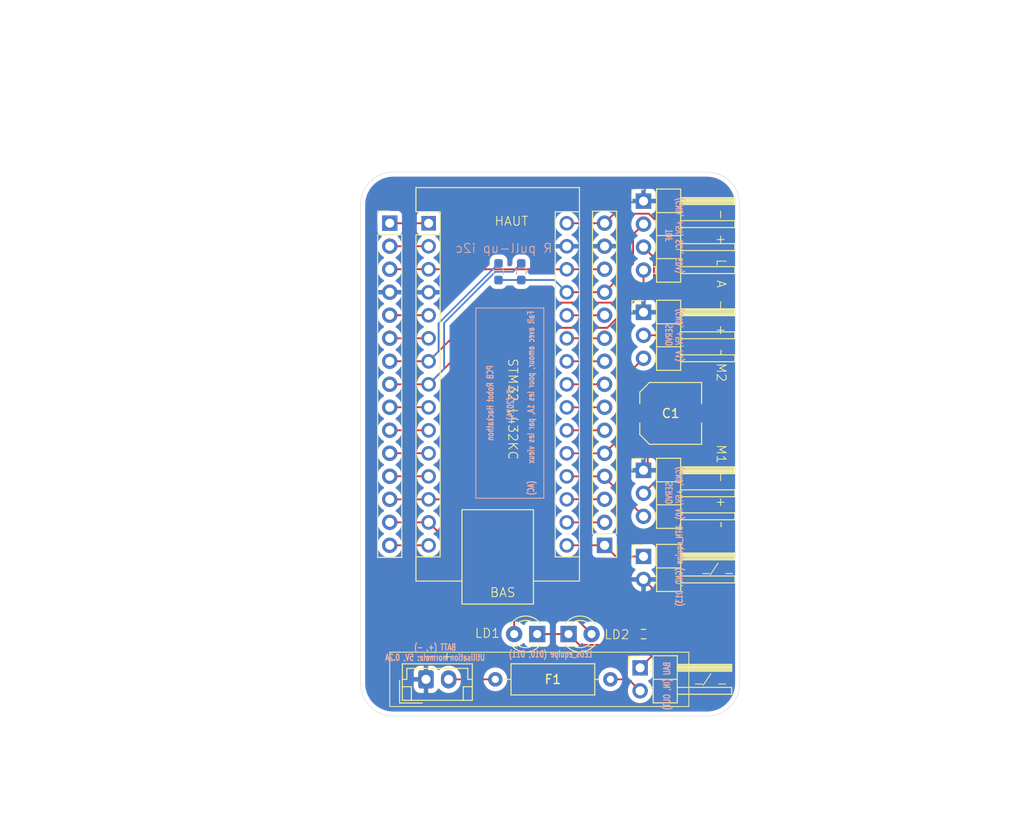
<source format=kicad_pcb>
(kicad_pcb (version 20240108) (generator "pcbnew") (generator_version "8.0")
  (layers (0 "F.Cu" signal) (31 "B.Cu" signal) (34 "B.Paste" user) (35 "F.Paste" user) (36 "B.SilkS" user "B.Silkscreen") (37 "F.SilkS" user "F.Silkscreen") (38 "B.Mask" user) (39 "F.Mask" user) (44 "Edge.Cuts" user))
  (net 0 "")
  (net 1 "D10")
  (net 2 "D3")
  (net 3 "A4")
  (net 4 "GND")
  (net 5 "A3")
  (net 6 "A1")
  (net 7 "D9")
  (net 8 "A2")
  (net 9 "D2")
  (net 10 "D5")
  (net 11 "+3.3V")
  (net 12 "D0")
  (net 13 "D6")
  (net 14 "A6")
  (net 15 "D11")
  (net 16 "D1")
  (net 17 "D13")
  (net 18 "AREF")
  (net 19 "D8")
  (net 20 "VIN")
  (net 21 "+5V")
  (net 22 "A0")
  (net 23 "D4")
  (net 24 "Net-(J4-Pin_2)")
  (net 25 "A5")
  (net 26 "Net-(J5-Pin_2)")
  (net 27 "Net-(D1-K)")
  (net 28 "A7")
  (net 29 "D12")
  (net 30 "D7")
  (net 31 "RESET")
  (footprint "Connector_PinHeader_2.54mm:PinHeader_1x04_P2.54mm_Horizontal" (layer "F.Cu") (at 158 59.2)
    (property "Reference" "J7" (hide yes))
    (property "Value" "Conn_01x04_Pin" (hide yes))
    (fp_line (start -1.27 -1.27) (end 0 -1.27) (stroke (width 0.12)) (layer "F.SilkS"))
    (fp_line (start -1.27 0) (end -1.27 -1.27) (stroke (width 0.12)) (layer "F.SilkS"))
    (fp_line (start 1.042929 2.16) (end 1.44 2.16) (stroke (width 0.12)) (layer "F.SilkS"))
    (fp_line (start 1.042929 2.92) (end 1.44 2.92) (stroke (width 0.12)) (layer "F.SilkS"))
    (fp_line (start 1.042929 4.7) (end 1.44 4.7) (stroke (width 0.12)) (layer "F.SilkS"))
    (fp_line (start 1.042929 5.46) (end 1.44 5.46) (stroke (width 0.12)) (layer "F.SilkS"))
    (fp_line (start 1.042929 7.24) (end 1.44 7.24) (stroke (width 0.12)) (layer "F.SilkS"))
    (fp_line (start 1.042929 8) (end 1.44 8) (stroke (width 0.12)) (layer "F.SilkS"))
    (fp_line (start 1.11 -0.38) (end 1.44 -0.38) (stroke (width 0.12)) (layer "F.SilkS"))
    (fp_line (start 1.11 0.38) (end 1.44 0.38) (stroke (width 0.12)) (layer "F.SilkS"))
    (fp_line (start 1.44 -1.33) (end 1.44 8.95) (stroke (width 0.12)) (layer "F.SilkS"))
    (fp_line (start 1.44 1.27) (end 4.1 1.27) (stroke (width 0.12)) (layer "F.SilkS"))
    (fp_line (start 1.44 3.81) (end 4.1 3.81) (stroke (width 0.12)) (layer "F.SilkS"))
    (fp_line (start 1.44 6.35) (end 4.1 6.35) (stroke (width 0.12)) (layer "F.SilkS"))
    (fp_line (start 1.44 8.95) (end 4.1 8.95) (stroke (width 0.12)) (layer "F.SilkS"))
    (fp_line (start 4.1 -1.33) (end 1.44 -1.33) (stroke (width 0.12)) (layer "F.SilkS"))
    (fp_line (start 4.1 -0.38) (end 10.1 -0.38) (stroke (width 0.12)) (layer "F.SilkS"))
    (fp_line (start 4.1 -0.32) (end 10.1 -0.32) (stroke (width 0.12)) (layer "F.SilkS"))
    (fp_line (start 4.1 -0.2) (end 10.1 -0.2) (stroke (width 0.12)) (layer "F.SilkS"))
    (fp_line (start 4.1 -0.08) (end 10.1 -0.08) (stroke (width 0.12)) (layer "F.SilkS"))
    (fp_line (start 4.1 0.04) (end 10.1 0.04) (stroke (width 0.12)) (layer "F.SilkS"))
    (fp_line (start 4.1 0.16) (end 10.1 0.16) (stroke (width 0.12)) (layer "F.SilkS"))
    (fp_line (start 4.1 0.28) (end 10.1 0.28) (stroke (width 0.12)) (layer "F.SilkS"))
    (fp_line (start 4.1 2.16) (end 10.1 2.16) (stroke (width 0.12)) (layer "F.SilkS"))
    (fp_line (start 4.1 4.7) (end 10.1 4.7) (stroke (width 0.12)) (layer "F.SilkS"))
    (fp_line (start 4.1 7.24) (end 10.1 7.24) (stroke (width 0.12)) (layer "F.SilkS"))
    (fp_line (start 4.1 8.95) (end 4.1 -1.33) (stroke (width 0.12)) (layer "F.SilkS"))
    (fp_line (start 10.1 -0.38) (end 10.1 0.38) (stroke (width 0.12)) (layer "F.SilkS"))
    (fp_line (start 10.1 0.38) (end 4.1 0.38) (stroke (width 0.12)) (layer "F.SilkS"))
    (fp_line (start 10.1 2.16) (end 10.1 2.92) (stroke (width 0.12)) (layer "F.SilkS"))
    (fp_line (start 10.1 2.92) (end 4.1 2.92) (stroke (width 0.12)) (layer "F.SilkS"))
    (fp_line (start 10.1 4.7) (end 10.1 5.46) (stroke (width 0.12)) (layer "F.SilkS"))
    (fp_line (start 10.1 5.46) (end 4.1 5.46) (stroke (width 0.12)) (layer "F.SilkS"))
    (fp_line (start 10.1 7.24) (end 10.1 8) (stroke (width 0.12)) (layer "F.SilkS"))
    (fp_line (start 10.1 8) (end 4.1 8) (stroke (width 0.12)) (layer "F.SilkS"))
    (pad "1" thru_hole rect (at 0 0) (size 1.7 1.7) (drill 1) (layers "*.Cu" "*.Mask") (net 4 "GND"))
    (pad "2" thru_hole oval (at 0 2.54) (size 1.7 1.7) (drill 1) (layers "*.Cu" "*.Mask") (net 21 "+5V"))
    (pad "3" thru_hole oval (at 0 5.08) (size 1.7 1.7) (drill 1) (layers "*.Cu" "*.Mask") (net 10 "D5"))
    (pad "4" thru_hole oval (at 0 7.62) (size 1.7 1.7) (drill 1) (layers "*.Cu" "*.Mask") (net 23 "D4"))
  )
  (footprint "Connector_JST:JST_EH_B2B-EH-A_1x02_P2.50mm_Vertical" (layer "F.Cu") (at 134 112)
    (property "Reference" "J5" (hide yes))
    (property "Value" "Conn_01x02_Pin" (hide yes))
    (fp_line (start -2.91 0.11) (end -2.91 2.61) (stroke (width 0.12)) (layer "F.SilkS"))
    (fp_line (start -2.91 2.61) (end -0.41 2.61) (stroke (width 0.12)) (layer "F.SilkS"))
    (fp_line (start -2.61 -1.71) (end -2.61 2.31) (stroke (width 0.12)) (layer "F.SilkS"))
    (fp_line (start -2.61 0) (end -2.11 0) (stroke (width 0.12)) (layer "F.SilkS"))
    (fp_line (start -2.61 0.81) (end -1.61 0.81) (stroke (width 0.12)) (layer "F.SilkS"))
    (fp_line (start -2.61 2.31) (end 5.11 2.31) (stroke (width 0.12)) (layer "F.SilkS"))
    (fp_line (start -2.11 -1.21) (end 4.61 -1.21) (stroke (width 0.12)) (layer "F.SilkS"))
    (fp_line (start -2.11 0) (end -2.11 -1.21) (stroke (width 0.12)) (layer "F.SilkS"))
    (fp_line (start -1.61 0.81) (end -1.61 2.31) (stroke (width 0.12)) (layer "F.SilkS"))
    (fp_line (start 4.11 0.81) (end 4.11 2.31) (stroke (width 0.12)) (layer "F.SilkS"))
    (fp_line (start 4.61 -1.21) (end 4.61 0) (stroke (width 0.12)) (layer "F.SilkS"))
    (fp_line (start 4.61 0) (end 5.11 0) (stroke (width 0.12)) (layer "F.SilkS"))
    (fp_line (start 5.11 -1.71) (end -2.61 -1.71) (stroke (width 0.12)) (layer "F.SilkS"))
    (fp_line (start 5.11 0.81) (end 4.11 0.81) (stroke (width 0.12)) (layer "F.SilkS"))
    (fp_line (start 5.11 2.31) (end 5.11 -1.71) (stroke (width 0.12)) (layer "F.SilkS"))
    (pad "1" thru_hole roundrect (at 0 0) (size 1.7 2) (drill 1) (layers "*.Cu" "*.Mask") (roundrect_rratio 0.147059) (net 4 "GND"))
    (pad "2" thru_hole oval (at 2.5 0) (size 1.7 2) (drill 1) (layers "*.Cu" "*.Mask") (net 26 "Net-(J5-Pin_2)"))
  )
  (footprint "LED_THT:LED_D3.0mm" (layer "F.Cu") (at 149.73 107)
    (property "Reference" "D1" (hide yes))
    (property "Value" "LED" (hide yes))
    (fp_line (start -0.29 -1.236) (end -0.29 -1.08) (stroke (width 0.12)) (layer "F.SilkS"))
    (fp_line (start -0.29 1.08) (end -0.29 1.236) (stroke (width 0.12)) (layer "F.SilkS"))
    (fp_arc (start -0.29 -1.235516) (mid 1.366487 -1.987659) (end 2.942335 -1.078608) (stroke (width 0.12)) (layer "F.SilkS"))
    (fp_arc (start 0.229039 -1.08) (mid 1.270117 -1.5) (end 2.31113 -1.079837) (stroke (width 0.12)) (layer "F.SilkS"))
    (fp_arc (start 2.31113 1.079837) (mid 1.270117 1.5) (end 0.229039 1.08) (stroke (width 0.12)) (layer "F.SilkS"))
    (fp_arc (start 2.942335 1.078608) (mid 1.366487 1.987659) (end -0.29 1.235516) (stroke (width 0.12)) (layer "F.SilkS"))
    (pad "1" thru_hole rect (at 0 0) (size 1.8 1.8) (drill 0.9) (layers "*.Cu" "*.Mask") (net 27 "Net-(D1-K)"))
    (pad "2" thru_hole circle (at 2.54 0) (size 1.8 1.8) (drill 0.9) (layers "*.Cu" "*.Mask") (net 1 "D10"))
  )
  (footprint "Connector_PinHeader_2.54mm:PinHeader_1x02_P2.54mm_Horizontal" (layer "F.Cu") (at 158.003632 98.43)
    (property "Reference" "J6" (hide yes))
    (property "Value" "Conn_01x02_Pin" (hide yes))
    (fp_line (start -1.27 -1.27) (end 0 -1.27) (stroke (width 0.12)) (layer "F.SilkS"))
    (fp_line (start -1.27 0) (end -1.27 -1.27) (stroke (width 0.12)) (layer "F.SilkS"))
    (fp_line (start 1.042929 2.16) (end 1.44 2.16) (stroke (width 0.12)) (layer "F.SilkS"))
    (fp_line (start 1.042929 2.92) (end 1.44 2.92) (stroke (width 0.12)) (layer "F.SilkS"))
    (fp_line (start 1.11 -0.38) (end 1.44 -0.38) (stroke (width 0.12)) (layer "F.SilkS"))
    (fp_line (start 1.11 0.38) (end 1.44 0.38) (stroke (width 0.12)) (layer "F.SilkS"))
    (fp_line (start 1.44 -1.33) (end 1.44 3.87) (stroke (width 0.12)) (layer "F.SilkS"))
    (fp_line (start 1.44 1.27) (end 4.1 1.27) (stroke (width 0.12)) (layer "F.SilkS"))
    (fp_line (start 1.44 3.87) (end 4.1 3.87) (stroke (width 0.12)) (layer "F.SilkS"))
    (fp_line (start 4.1 -1.33) (end 1.44 -1.33) (stroke (width 0.12)) (layer "F.SilkS"))
    (fp_line (start 4.1 -0.38) (end 10.1 -0.38) (stroke (width 0.12)) (layer "F.SilkS"))
    (fp_line (start 4.1 -0.32) (end 10.1 -0.32) (stroke (width 0.12)) (layer "F.SilkS"))
    (fp_line (start 4.1 -0.2) (end 10.1 -0.2) (stroke (width 0.12)) (layer "F.SilkS"))
    (fp_line (start 4.1 -0.08) (end 10.1 -0.08) (stroke (width 0.12)) (layer "F.SilkS"))
    (fp_line (start 4.1 0.04) (end 10.1 0.04) (stroke (width 0.12)) (layer "F.SilkS"))
    (fp_line (start 4.1 0.16) (end 10.1 0.16) (stroke (width 0.12)) (layer "F.SilkS"))
    (fp_line (start 4.1 0.28) (end 10.1 0.28) (stroke (width 0.12)) (layer "F.SilkS"))
    (fp_line (start 4.1 2.16) (end 10.1 2.16) (stroke (width 0.12)) (layer "F.SilkS"))
    (fp_line (start 4.1 3.87) (end 4.1 -1.33) (stroke (width 0.12)) (layer "F.SilkS"))
    (fp_line (start 10.1 -0.38) (end 10.1 0.38) (stroke (width 0.12)) (layer "F.SilkS"))
    (fp_line (start 10.1 0.38) (end 4.1 0.38) (stroke (width 0.12)) (layer "F.SilkS"))
    (fp_line (start 10.1 2.16) (end 10.1 2.92) (stroke (width 0.12)) (layer "F.SilkS"))
    (fp_line (start 10.1 2.92) (end 4.1 2.92) (stroke (width 0.12)) (layer "F.SilkS"))
    (pad "1" thru_hole rect (at 0 0) (size 1.7 1.7) (drill 1) (layers "*.Cu" "*.Mask") (net 17 "D13"))
    (pad "2" thru_hole oval (at 0 2.54) (size 1.7 1.7) (drill 1) (layers "*.Cu" "*.Mask") (net 4 "GND"))
  )
  (footprint "Connector_PinHeader_2.54mm:PinHeader_1x03_P2.54mm_Horizontal" (layer "F.Cu") (at 158 88.92)
    (property "Reference" "J2" (hide yes))
    (property "Value" "Conn_01x03_Pin" (hide yes))
    (fp_line (start -1.27 -1.27) (end 0 -1.27) (stroke (width 0.12)) (layer "F.SilkS"))
    (fp_line (start -1.27 0) (end -1.27 -1.27) (stroke (width 0.12)) (layer "F.SilkS"))
    (fp_line (start 1.042929 2.16) (end 1.44 2.16) (stroke (width 0.12)) (layer "F.SilkS"))
    (fp_line (start 1.042929 2.92) (end 1.44 2.92) (stroke (width 0.12)) (layer "F.SilkS"))
    (fp_line (start 1.042929 4.7) (end 1.44 4.7) (stroke (width 0.12)) (layer "F.SilkS"))
    (fp_line (start 1.042929 5.46) (end 1.44 5.46) (stroke (width 0.12)) (layer "F.SilkS"))
    (fp_line (start 1.11 -0.38) (end 1.44 -0.38) (stroke (width 0.12)) (layer "F.SilkS"))
    (fp_line (start 1.11 0.38) (end 1.44 0.38) (stroke (width 0.12)) (layer "F.SilkS"))
    (fp_line (start 1.44 -1.33) (end 1.44 6.41) (stroke (width 0.12)) (layer "F.SilkS"))
    (fp_line (start 1.44 1.27) (end 4.1 1.27) (stroke (width 0.12)) (layer "F.SilkS"))
    (fp_line (start 1.44 3.81) (end 4.1 3.81) (stroke (width 0.12)) (layer "F.SilkS"))
    (fp_line (start 1.44 6.41) (end 4.1 6.41) (stroke (width 0.12)) (layer "F.SilkS"))
    (fp_line (start 4.1 -1.33) (end 1.44 -1.33) (stroke (width 0.12)) (layer "F.SilkS"))
    (fp_line (start 4.1 -0.38) (end 10.1 -0.38) (stroke (width 0.12)) (layer "F.SilkS"))
    (fp_line (start 4.1 -0.32) (end 10.1 -0.32) (stroke (width 0.12)) (layer "F.SilkS"))
    (fp_line (start 4.1 -0.2) (end 10.1 -0.2) (stroke (width 0.12)) (layer "F.SilkS"))
    (fp_line (start 4.1 -0.08) (end 10.1 -0.08) (stroke (width 0.12)) (layer "F.SilkS"))
    (fp_line (start 4.1 0.04) (end 10.1 0.04) (stroke (width 0.12)) (layer "F.SilkS"))
    (fp_line (start 4.1 0.16) (end 10.1 0.16) (stroke (width 0.12)) (layer "F.SilkS"))
    (fp_line (start 4.1 0.28) (end 10.1 0.28) (stroke (width 0.12)) (layer "F.SilkS"))
    (fp_line (start 4.1 2.16) (end 10.1 2.16) (stroke (width 0.12)) (layer "F.SilkS"))
    (fp_line (start 4.1 4.7) (end 10.1 4.7) (stroke (width 0.12)) (layer "F.SilkS"))
    (fp_line (start 4.1 6.41) (end 4.1 -1.33) (stroke (width 0.12)) (layer "F.SilkS"))
    (fp_line (start 10.1 -0.38) (end 10.1 0.38) (stroke (width 0.12)) (layer "F.SilkS"))
    (fp_line (start 10.1 0.38) (end 4.1 0.38) (stroke (width 0.12)) (layer "F.SilkS"))
    (fp_line (start 10.1 2.16) (end 10.1 2.92) (stroke (width 0.12)) (layer "F.SilkS"))
    (fp_line (start 10.1 2.92) (end 4.1 2.92) (stroke (width 0.12)) (layer "F.SilkS"))
    (fp_line (start 10.1 4.7) (end 10.1 5.46) (stroke (width 0.12)) (layer "F.SilkS"))
    (fp_line (start 10.1 5.46) (end 4.1 5.46) (stroke (width 0.12)) (layer "F.SilkS"))
    (pad "1" thru_hole rect (at 0 0) (size 1.7 1.7) (drill 1) (layers "*.Cu" "*.Mask") (net 4 "GND"))
    (pad "2" thru_hole oval (at 0 2.54) (size 1.7 1.7) (drill 1) (layers "*.Cu" "*.Mask") (net 20 "VIN"))
    (pad "3" thru_hole oval (at 0 5.08) (size 1.7 1.7) (drill 1) (layers "*.Cu" "*.Mask") (net 22 "A0"))
  )
  (footprint "Connector_PinHeader_2.54mm:PinHeader_1x02_P2.54mm_Horizontal" (layer "F.Cu") (at 157.625 110.725)
    (property "Reference" "J4" (hide yes))
    (property "Value" "Conn_01x02_Pin" (hide yes))
    (fp_line (start -1.27 -1.27) (end 0 -1.27) (stroke (width 0.12)) (layer "F.SilkS"))
    (fp_line (start -1.27 0) (end -1.27 -1.27) (stroke (width 0.12)) (layer "F.SilkS"))
    (fp_line (start 1.042929 2.16) (end 1.44 2.16) (stroke (width 0.12)) (layer "F.SilkS"))
    (fp_line (start 1.042929 2.92) (end 1.44 2.92) (stroke (width 0.12)) (layer "F.SilkS"))
    (fp_line (start 1.11 -0.38) (end 1.44 -0.38) (stroke (width 0.12)) (layer "F.SilkS"))
    (fp_line (start 1.11 0.38) (end 1.44 0.38) (stroke (width 0.12)) (layer "F.SilkS"))
    (fp_line (start 1.44 -1.33) (end 1.44 3.87) (stroke (width 0.12)) (layer "F.SilkS"))
    (fp_line (start 1.44 1.27) (end 4.1 1.27) (stroke (width 0.12)) (layer "F.SilkS"))
    (fp_line (start 1.44 3.87) (end 4.1 3.87) (stroke (width 0.12)) (layer "F.SilkS"))
    (fp_line (start 4.1 -1.33) (end 1.44 -1.33) (stroke (width 0.12)) (layer "F.SilkS"))
    (fp_line (start 4.1 -0.38) (end 10.1 -0.38) (stroke (width 0.12)) (layer "F.SilkS"))
    (fp_line (start 4.1 -0.32) (end 10.1 -0.32) (stroke (width 0.12)) (layer "F.SilkS"))
    (fp_line (start 4.1 -0.2) (end 10.1 -0.2) (stroke (width 0.12)) (layer "F.SilkS"))
    (fp_line (start 4.1 -0.08) (end 10.1 -0.08) (stroke (width 0.12)) (layer "F.SilkS"))
    (fp_line (start 4.1 0.04) (end 10.1 0.04) (stroke (width 0.12)) (layer "F.SilkS"))
    (fp_line (start 4.1 0.16) (end 10.1 0.16) (stroke (width 0.12)) (layer "F.SilkS"))
    (fp_line (start 4.1 0.28) (end 10.1 0.28) (stroke (width 0.12)) (layer "F.SilkS"))
    (fp_line (start 4.1 2.16) (end 10.1 2.16) (stroke (width 0.12)) (layer "F.SilkS"))
    (fp_line (start 4.1 3.87) (end 4.1 -1.33) (stroke (width 0.12)) (layer "F.SilkS"))
    (fp_line (start 10.1 -0.38) (end 10.1 0.38) (stroke (width 0.12)) (layer "F.SilkS"))
    (fp_line (start 10.1 0.38) (end 4.1 0.38) (stroke (width 0.12)) (layer "F.SilkS"))
    (fp_line (start 10.1 2.16) (end 10.1 2.92) (stroke (width 0.12)) (layer "F.SilkS"))
    (fp_line (start 10.1 2.92) (end 4.1 2.92) (stroke (width 0.12)) (layer "F.SilkS"))
    (pad "1" thru_hole rect (at 0 0) (size 1.7 1.7) (drill 1) (layers "*.Cu" "*.Mask") (net 20 "VIN"))
    (pad "2" thru_hole oval (at 0 2.54) (size 1.7 1.7) (drill 1) (layers "*.Cu" "*.Mask") (net 24 "Net-(J4-Pin_2)"))
  )
  (footprint "Connector_PinHeader_2.54mm:PinHeader_1x15_P2.54mm_Vertical" (layer "F.Cu") (at 153.703632 97.2 180)
    (property "Reference" "J9" (hide yes))
    (property "Value" "Conn_01x15_Pin" (hide yes))
    (fp_line (start 1.33 1.27) (end 1.33 36.89) (stroke (width 0.12)) (layer "F.SilkS"))
    (fp_line (start -1.33 36.89) (end 1.33 36.89) (stroke (width 0.12)) (layer "F.SilkS"))
    (fp_line (start -1.33 1.27) (end 1.33 1.27) (stroke (width 0.12)) (layer "F.SilkS"))
    (fp_line (start -1.33 1.27) (end -1.33 36.89) (stroke (width 0.12)) (layer "F.SilkS"))
    (fp_line (start -1.33 0) (end -1.33 -1.33) (stroke (width 0.12)) (layer "F.SilkS"))
    (fp_line (start -1.33 -1.33) (end 0 -1.33) (stroke (width 0.12)) (layer "F.SilkS"))
    (pad "1" thru_hole rect (at 0 0 180) (size 1.7 1.7) (drill 1) (layers "*.Cu" "*.Mask") (net 17 "D13"))
    (pad "2" thru_hole oval (at 0 2.54 180) (size 1.7 1.7) (drill 1) (layers "*.Cu" "*.Mask") (net 11 "+3.3V"))
    (pad "3" thru_hole oval (at 0 5.08 180) (size 1.7 1.7) (drill 1) (layers "*.Cu" "*.Mask") (net 18 "AREF"))
    (pad "4" thru_hole oval (at 0 7.62 180) (size 1.7 1.7) (drill 1) (layers "*.Cu" "*.Mask") (net 22 "A0"))
    (pad "5" thru_hole oval (at 0 10.16 180) (size 1.7 1.7) (drill 1) (layers "*.Cu" "*.Mask") (net 6 "A1"))
    (pad "6" thru_hole oval (at 0 12.7 180) (size 1.7 1.7) (drill 1) (layers "*.Cu" "*.Mask") (net 8 "A2"))
    (pad "7" thru_hole oval (at 0 15.24 180) (size 1.7 1.7) (drill 1) (layers "*.Cu" "*.Mask") (net 5 "A3"))
    (pad "8" thru_hole oval (at 0 17.78 180) (size 1.7 1.7) (drill 1) (layers "*.Cu" "*.Mask") (net 3 "A4"))
    (pad "9" thru_hole oval (at 0 20.32 180) (size 1.7 1.7) (drill 1) (layers "*.Cu" "*.Mask") (net 25 "A5"))
    (pad "10" thru_hole oval (at 0 22.86 180) (size 1.7 1.7) (drill 1) (layers "*.Cu" "*.Mask") (net 14 "A6"))
    (pad "11" thru_hole oval (at 0 25.4 180) (size 1.7 1.7) (drill 1) (layers "*.Cu" "*.Mask") (net 28 "A7"))
    (pad "12" thru_hole oval (at 0 27.94 180) (size 1.7 1.7) (drill 1) (layers "*.Cu" "*.Mask") (net 21 "+5V"))
    (pad "13" thru_hole oval (at 0 30.48 180) (size 1.7 1.7) (drill 1) (layers "*.Cu" "*.Mask") (net 31 "RESET"))
    (pad "14" thru_hole oval (at 0 33.02 180) (size 1.7 1.7) (drill 1) (layers "*.Cu" "*.Mask") (net 4 "GND"))
    (pad "15" thru_hole oval (at 0 35.56 180) (size 1.7 1.7) (drill 1) (layers "*.Cu" "*.Mask") (net 20 "VIN"))
  )
  (footprint "Connector_PinHeader_2.54mm:PinHeader_1x15_P2.54mm_Vertical" (layer "F.Cu") (at 130 61.64)
    (property "Reference" "J10" (hide yes))
    (property "Value" "Conn_01x15_Pin" (hide yes))
    (fp_line (start -1.33 -1.33) (end 0 -1.33) (stroke (width 0.12)) (layer "F.SilkS"))
    (fp_line (start -1.33 0) (end -1.33 -1.33) (stroke (width 0.12)) (layer "F.SilkS"))
    (fp_line (start -1.33 1.27) (end -1.33 36.89) (stroke (width 0.12)) (layer "F.SilkS"))
    (fp_line (start -1.33 1.27) (end 1.33 1.27) (stroke (width 0.12)) (layer "F.SilkS"))
    (fp_line (start -1.33 36.89) (end 1.33 36.89) (stroke (width 0.12)) (layer "F.SilkS"))
    (fp_line (start 1.33 1.27) (end 1.33 36.89) (stroke (width 0.12)) (layer "F.SilkS"))
    (pad "1" thru_hole rect (at 0 0) (size 1.7 1.7) (drill 1) (layers "*.Cu" "*.Mask") (net 16 "D1"))
    (pad "2" thru_hole oval (at 0 2.54) (size 1.7 1.7) (drill 1) (layers "*.Cu" "*.Mask") (net 12 "D0"))
    (pad "3" thru_hole oval (at 0 5.08) (size 1.7 1.7) (drill 1) (layers "*.Cu" "*.Mask") (net 31 "RESET"))
    (pad "4" thru_hole oval (at 0 7.62) (size 1.7 1.7) (drill 1) (layers "*.Cu" "*.Mask") (net 4 "GND"))
    (pad "5" thru_hole oval (at 0 10.16) (size 1.7 1.7) (drill 1) (layers "*.Cu" "*.Mask") (net 9 "D2"))
    (pad "6" thru_hole oval (at 0 12.7) (size 1.7 1.7) (drill 1) (layers "*.Cu" "*.Mask") (net 2 "D3"))
    (pad "7" thru_hole oval (at 0 15.24) (size 1.7 1.7) (drill 1) (layers "*.Cu" "*.Mask") (net 23 "D4"))
    (pad "8" thru_hole oval (at 0 17.78) (size 1.7 1.7) (drill 1) (layers "*.Cu" "*.Mask") (net 10 "D5"))
    (pad "9" thru_hole oval (at 0 20.32) (size 1.7 1.7) (drill 1) (layers "*.Cu" "*.Mask") (net 13 "D6"))
    (pad "10" thru_hole oval (at 0 22.86) (size 1.7 1.7) (drill 1) (layers "*.Cu" "*.Mask") (net 30 "D7"))
    (pad "11" thru_hole oval (at 0 25.4) (size 1.7 1.7) (drill 1) (layers "*.Cu" "*.Mask") (net 19 "D8"))
    (pad "12" thru_hole oval (at 0 27.94) (size 1.7 1.7) (drill 1) (layers "*.Cu" "*.Mask") (net 7 "D9"))
    (pad "13" thru_hole oval (at 0 30.48) (size 1.7 1.7) (drill 1) (layers "*.Cu" "*.Mask") (net 1 "D10"))
    (pad "14" thru_hole oval (at 0 33.02) (size 1.7 1.7) (drill 1) (layers "*.Cu" "*.Mask") (net 15 "D11"))
    (pad "15" thru_hole oval (at 0 35.56) (size 1.7 1.7) (drill 1) (layers "*.Cu" "*.Mask") (net 29 "D12"))
  )
  (footprint "LED_THT:LED_D3.0mm" (layer "F.Cu") (at 146.27 107 180)
    (property "Reference" "D2" (hide yes))
    (property "Value" "LED" (hide yes))
    (fp_line (start -0.29 1.08) (end -0.29 1.236) (stroke (width 0.12)) (layer "F.SilkS"))
    (fp_line (start -0.29 -1.236) (end -0.29 -1.08) (stroke (width 0.12)) (layer "F.SilkS"))
    (fp_arc (start 2.942335 1.078608) (mid 1.366487 1.987659) (end -0.29 1.235516) (stroke (width 0.12)) (layer "F.SilkS"))
    (fp_arc (start 2.31113 1.079837) (mid 1.270117 1.5) (end 0.229039 1.08) (stroke (width 0.12)) (layer "F.SilkS"))
    (fp_arc (start 0.229039 -1.08) (mid 1.270117 -1.5) (end 2.31113 -1.079837) (stroke (width 0.12)) (layer "F.SilkS"))
    (fp_arc (start -0.29 -1.235516) (mid 1.366487 -1.987659) (end 2.942335 -1.078608) (stroke (width 0.12)) (layer "F.SilkS"))
    (pad "1" thru_hole rect (at 0 0 180) (size 1.8 1.8) (drill 0.9) (layers "*.Cu" "*.Mask") (net 27 "Net-(D1-K)"))
    (pad "2" thru_hole circle (at 2.54 0 180) (size 1.8 1.8) (drill 0.9) (layers "*.Cu" "*.Mask") (net 15 "D11"))
  )
  (footprint "Resistor_THT:R_Axial_DIN0309_L9.0mm_D3.2mm_P12.70mm_Horizontal" (layer "F.Cu") (at 141.65 112)
    (property "Reference" "F1" (at 6.35 0 0) (layer "F.SilkS"))
    (property "Value" "Fuse" (hide yes))
    (fp_line (start 1.04 0) (end 1.73 0) (stroke (width 0.12)) (layer "F.SilkS"))
    (fp_line (start 1.73 -1.72) (end 1.73 1.72) (stroke (width 0.12)) (layer "F.SilkS"))
    (fp_line (start 1.73 1.72) (end 10.97 1.72) (stroke (width 0.12)) (layer "F.SilkS"))
    (fp_line (start 10.97 -1.72) (end 1.73 -1.72) (stroke (width 0.12)) (layer "F.SilkS"))
    (fp_line (start 10.97 1.72) (end 10.97 -1.72) (stroke (width 0.12)) (layer "F.SilkS"))
    (fp_line (start 11.66 0) (end 10.97 0) (stroke (width 0.12)) (layer "F.SilkS"))
    (pad "1" thru_hole circle (at 0 0) (size 1.6 1.6) (drill 0.8) (layers "*.Cu" "*.Mask") (net 26 "Net-(J5-Pin_2)"))
    (pad "2" thru_hole oval (at 12.7 0) (size 1.6 1.6) (drill 0.8) (layers "*.Cu" "*.Mask") (net 24 "Net-(J4-Pin_2)"))
  )
  (footprint "Connector_PinHeader_2.54mm:PinHeader_1x03_P2.54mm_Horizontal" (layer "F.Cu") (at 158 71.475)
    (property "Reference" "J3" (hide yes))
    (property "Value" "Conn_01x03_Pin" (hide yes))
    (fp_line (start -1.27 -1.27) (end 0 -1.27) (stroke (width 0.12)) (layer "F.SilkS"))
    (fp_line (start -1.27 0) (end -1.27 -1.27) (stroke (width 0.12)) (layer "F.SilkS"))
    (fp_line (start 1.042929 2.16) (end 1.44 2.16) (stroke (width 0.12)) (layer "F.SilkS"))
    (fp_line (start 1.042929 2.92) (end 1.44 2.92) (stroke (width 0.12)) (layer "F.SilkS"))
    (fp_line (start 1.042929 4.7) (end 1.44 4.7) (stroke (width 0.12)) (layer "F.SilkS"))
    (fp_line (start 1.042929 5.46) (end 1.44 5.46) (stroke (width 0.12)) (layer "F.SilkS"))
    (fp_line (start 1.11 -0.38) (end 1.44 -0.38) (stroke (width 0.12)) (layer "F.SilkS"))
    (fp_line (start 1.11 0.38) (end 1.44 0.38) (stroke (width 0.12)) (layer "F.SilkS"))
    (fp_line (start 1.44 -1.33) (end 1.44 6.41) (stroke (width 0.12)) (layer "F.SilkS"))
    (fp_line (start 1.44 1.27) (end 4.1 1.27) (stroke (width 0.12)) (layer "F.SilkS"))
    (fp_line (start 1.44 3.81) (end 4.1 3.81) (stroke (width 0.12)) (layer "F.SilkS"))
    (fp_line (start 1.44 6.41) (end 4.1 6.41) (stroke (width 0.12)) (layer "F.SilkS"))
    (fp_line (start 4.1 -1.33) (end 1.44 -1.33) (stroke (width 0.12)) (layer "F.SilkS"))
    (fp_line (start 4.1 -0.38) (end 10.1 -0.38) (stroke (width 0.12)) (layer "F.SilkS"))
    (fp_line (start 4.1 -0.32) (end 10.1 -0.32) (stroke (width 0.12)) (layer "F.SilkS"))
    (fp_line (start 4.1 -0.2) (end 10.1 -0.2) (stroke (width 0.12)) (layer "F.SilkS"))
    (fp_line (start 4.1 -0.08) (end 10.1 -0.08) (stroke (width 0.12)) (layer "F.SilkS"))
    (fp_line (start 4.1 0.04) (end 10.1 0.04) (stroke (width 0.12)) (layer "F.SilkS"))
    (fp_line (start 4.1 0.16) (end 10.1 0.16) (stroke (width 0.12)) (layer "F.SilkS"))
    (fp_line (start 4.1 0.28) (end 10.1 0.28) (stroke (width 0.12)) (layer "F.SilkS"))
    (fp_line (start 4.1 2.16) (end 10.1 2.16) (stroke (width 0.12)) (layer "F.SilkS"))
    (fp_line (start 4.1 4.7) (end 10.1 4.7) (stroke (width 0.12)) (layer "F.SilkS"))
    (fp_line (start 4.1 6.41) (end 4.1 -1.33) (stroke (width 0.12)) (layer "F.SilkS"))
    (fp_line (start 10.1 -0.38) (end 10.1 0.38) (stroke (width 0.12)) (layer "F.SilkS"))
    (fp_line (start 10.1 0.38) (end 4.1 0.38) (stroke (width 0.12)) (layer "F.SilkS"))
    (fp_line (start 10.1 2.16) (end 10.1 2.92) (stroke (width 0.12)) (layer "F.SilkS"))
    (fp_line (start 10.1 2.92) (end 4.1 2.92) (stroke (width 0.12)) (layer "F.SilkS"))
    (fp_line (start 10.1 4.7) (end 10.1 5.46) (stroke (width 0.12)) (layer "F.SilkS"))
    (fp_line (start 10.1 5.46) (end 4.1 5.46) (stroke (width 0.12)) (layer "F.SilkS"))
    (pad "1" thru_hole rect (at 0 0) (size 1.7 1.7) (drill 1) (layers "*.Cu" "*.Mask") (net 4 "GND"))
    (pad "2" thru_hole oval (at 0 2.54) (size 1.7 1.7) (drill 1) (layers "*.Cu" "*.Mask") (net 20 "VIN"))
    (pad "3" thru_hole oval (at 0 5.08) (size 1.7 1.7) (drill 1) (layers "*.Cu" "*.Mask") (net 6 "A1"))
  )
  (footprint "Module:Arduino_Nano" (layer "F.Cu") (at 134.29 61.65)
    (property "Reference" "A1" (hide yes))
    (property "Value" "Arduino_Nano_v3.x" (hide yes))
    (fp_line (start -1.4 -3.94) (end -1.4 -1.27) (stroke (width 0.12)) (layer "F.SilkS"))
    (fp_line (start -1.4 1.27) (end -1.4 39.5) (stroke (width 0.12)) (layer "F.SilkS"))
    (fp_line (start -1.4 39.5) (end 3.68 39.5) (stroke (width 0.12)) (layer "F.SilkS"))
    (fp_line (start 1.27 -1.27) (end -1.4 -1.27) (stroke (width 0.12)) (layer "F.SilkS"))
    (fp_line (start 1.27 1.27) (end -1.4 1.27) (stroke (width 0.12)) (layer "F.SilkS"))
    (fp_line (start 1.27 1.27) (end 1.27 -1.27) (stroke (width 0.12)) (layer "F.SilkS"))
    (fp_line (start 1.27 1.27) (end 1.27 36.83) (stroke (width 0.12)) (layer "F.SilkS"))
    (fp_line (start 1.27 36.83) (end -1.4 36.83) (stroke (width 0.12)) (layer "F.SilkS"))
    (fp_line (start 3.68 31.62) (end 11.56 31.62) (stroke (width 0.12)) (layer "F.SilkS"))
    (fp_line (start 3.68 42.04) (end 3.68 31.62) (stroke (width 0.12)) (layer "F.SilkS"))
    (fp_line (start 11.56 31.62) (end 11.56 42.04) (stroke (width 0.12)) (layer "F.SilkS"))
    (fp_line (start 11.56 42.04) (end 3.68 42.04) (stroke (width 0.12)) (layer "F.SilkS"))
    (fp_line (start 13.97 -1.27) (end 13.97 36.83) (stroke (width 0.12)) (layer "F.SilkS"))
    (fp_line (start 13.97 -1.27) (end 16.64 -1.27) (stroke (width 0.12)) (layer "F.SilkS"))
    (fp_line (start 13.97 36.83) (end 16.64 36.83) (stroke (width 0.12)) (layer "F.SilkS"))
    (fp_line (start 16.64 -3.94) (end -1.4 -3.94) (stroke (width 0.12)) (layer "F.SilkS"))
    (fp_line (start 16.64 39.5) (end 11.56 39.5) (stroke (width 0.12)) (layer "F.SilkS"))
    (fp_line (start 16.64 39.5) (end 16.64 -3.94) (stroke (width 0.12)) (layer "F.SilkS"))
    (pad "1" thru_hole rect (at 0 0) (size 1.6 1.6) (drill 1) (layers "*.Cu" "*.Mask") (net 16 "D1"))
    (pad "2" thru_hole oval (at 0 2.54) (size 1.6 1.6) (drill 1) (layers "*.Cu" "*.Mask") (net 12 "D0"))
    (pad "3" thru_hole oval (at 0 5.08) (size 1.6 1.6) (drill 1) (layers "*.Cu" "*.Mask") (net 31 "RESET"))
    (pad "4" thru_hole oval (at 0 7.62) (size 1.6 1.6) (drill 1) (layers "*.Cu" "*.Mask") (net 4 "GND"))
    (pad "5" thru_hole oval (at 0 10.16) (size 1.6 1.6) (drill 1) (layers "*.Cu" "*.Mask") (net 9 "D2"))
    (pad "6" thru_hole oval (at 0 12.7) (size 1.6 1.6) (drill 1) (layers "*.Cu" "*.Mask") (net 2 "D3"))
    (pad "7" thru_hole oval (at 0 15.24) (size 1.6 1.6) (drill 1) (layers "*.Cu" "*.Mask") (net 23 "D4"))
    (pad "8" thru_hole oval (at 0 17.78) (size 1.6 1.6) (drill 1) (layers "*.Cu" "*.Mask") (net 10 "D5"))
    (pad "9" thru_hole oval (at 0 20.32) (size 1.6 1.6) (drill 1) (layers "*.Cu" "*.Mask") (net 13 "D6"))
    (pad "10" thru_hole oval (at 0 22.86) (size 1.6 1.6) (drill 1) (layers "*.Cu" "*.Mask") (net 30 "D7"))
    (pad "11" thru_hole oval (at 0 25.4) (size 1.6 1.6) (drill 1) (layers "*.Cu" "*.Mask") (net 19 "D8"))
    (pad "12" thru_hole oval (at 0 27.94) (size 1.6 1.6) (drill 1) (layers "*.Cu" "*.Mask") (net 7 "D9"))
    (pad "13" thru_hole oval (at 0 30.48) (size 1.6 1.6) (drill 1) (layers "*.Cu" "*.Mask") (net 1 "D10"))
    (pad "14" thru_hole oval (at 0 33.02) (size 1.6 1.6) (drill 1) (layers "*.Cu" "*.Mask") (net 15 "D11"))
    (pad "15" thru_hole oval (at 0 35.56) (size 1.6 1.6) (drill 1) (layers "*.Cu" "*.Mask") (net 29 "D12"))
    (pad "16" thru_hole oval (at 15.24 35.56) (size 1.6 1.6) (drill 1) (layers "*.Cu" "*.Mask") (net 17 "D13"))
    (pad "17" thru_hole oval (at 15.24 33.02) (size 1.6 1.6) (drill 1) (layers "*.Cu" "*.Mask") (net 11 "+3.3V"))
    (pad "18" thru_hole oval (at 15.24 30.48) (size 1.6 1.6) (drill 1) (layers "*.Cu" "*.Mask") (net 18 "AREF"))
    (pad "19" thru_hole oval (at 15.24 27.94) (size 1.6 1.6) (drill 1) (layers "*.Cu" "*.Mask") (net 22 "A0"))
    (pad "20" thru_hole oval (at 15.24 25.4) (size 1.6 1.6) (drill 1) (layers "*.Cu" "*.Mask") (net 6 "A1"))
    (pad "21" thru_hole oval (at 15.24 22.86) (size 1.6 1.6) (drill 1) (layers "*.Cu" "*.Mask") (net 8 "A2"))
    (pad "22" thru_hole oval (at 15.24 20.32) (size 1.6 1.6) (drill 1) (layers "*.Cu" "*.Mask") (net 5 "A3"))
    (pad "23" thru_hole oval (at 15.24 17.78) (size 1.6 1.6) (drill 1) (layers "*.Cu" "*.Mask") (net 3 "A4"))
    (pad "24" thru_hole oval (at 15.24 15.24) (size 1.6 1.6) (drill 1) (layers "*.Cu" "*.Mask") (net 25 "A5"))
    (pad "25" thru_hole oval (at 15.24 12.7) (size 1.6 1.6) (drill 1) (layers "*.Cu" "*.Mask") (net 14 "A6"))
    (pad "26" thru_hole oval (at 15.24 10.16) (size 1.6 1.6) (drill 1) (layers "*.Cu" "*.Mask") (net 28 "A7"))
    (pad "27" thru_hole oval (at 15.24 7.62) (size 1.6 1.6) (drill 1) (layers "*.Cu" "*.Mask") (net 21 "+5V"))
    (pad "28" thru_hole oval (at 15.24 5.08) (size 1.6 1.6) (drill 1) (layers "*.Cu" "*.Mask") (net 31 "RESET"))
    (pad "29" thru_hole oval (at 15.24 2.54) (size 1.6 1.6) (drill 1) (layers "*.Cu" "*.Mask") (net 4 "GND"))
    (pad "30" thru_hole oval (at 15.24 0) (size 1.6 1.6) (drill 1) (layers "*.Cu" "*.Mask") (net 20 "VIN"))
  )
  (footprint "Capacitor_SMD:C_Elec_6.3x7.7" (layer "F.Cu") (at 161 82.635197)
    (property "Reference" "C1" (at 0 0 0) (layer "F.SilkS"))
    (property "Value" "C" (hide yes))
    (fp_line (start -3.41 -2.345563) (end -3.41 -1.06) (stroke (width 0.12)) (layer "F.SilkS"))
    (fp_line (start -3.41 -2.345563) (end -2.345563 -3.41) (stroke (width 0.12)) (layer "F.SilkS"))
    (fp_line (start -3.41 2.345563) (end -3.41 1.06) (stroke (width 0.12)) (layer "F.SilkS"))
    (fp_line (start -3.41 2.345563) (end -2.345563 3.41) (stroke (width 0.12)) (layer "F.SilkS"))
    (fp_line (start -2.345563 -3.41) (end 3.41 -3.41) (stroke (width 0.12)) (layer "F.SilkS"))
    (fp_line (start -2.345563 3.41) (end 3.41 3.41) (stroke (width 0.12)) (layer "F.SilkS"))
    (fp_line (start 3.41 -3.41) (end 3.41 -1.06) (stroke (width 0.12)) (layer "F.SilkS"))
    (fp_line (start 3.41 3.41) (end 3.41 1.06) (stroke (width 0.12)) (layer "F.SilkS"))
    (pad "1" smd roundrect (at -2.5375 0) (size 3.325 1.6) (layers "F.Cu" "F.Paste" "F.Mask") (roundrect_rratio 0.15625) (net 4 "GND"))
    (pad "2" smd roundrect (at 2.5375 0) (size 3.325 1.6) (layers "F.Cu" "F.Paste" "F.Mask") (roundrect_rratio 0.15625) (net 20 "VIN"))
  )
  (footprint "Resistor_SMD:R_0603_1608Metric_Pad0.98x0.95mm_HandSolder" (layer "F.Cu") (at 158 107 180)
    (property "Reference" "R1" (hide yes))
    (property "Value" "R" (hide yes))
    (fp_line (start -0.254724 0.5225) (end 0.254724 0.5225) (stroke (width 0.12)) (layer "F.SilkS"))
    (fp_line (start -0.254724 -0.5225) (end 0.254724 -0.5225) (stroke (width 0.12)) (layer "F.SilkS"))
    (pad "1" smd roundrect (at -0.9125 0 180) (size 0.975 0.95) (layers "F.Cu" "F.Paste" "F.Mask") (net 4 "GND"))
    (pad "2" smd roundrect (at 0.9125 0 180) (size 0.975 0.95) (layers "F.Cu" "F.Paste" "F.Mask") (net 27 "Net-(D1-K)"))
  )
  (footprint "Resistor_SMD:R_0603_1608Metric_Pad0.98x0.95mm_HandSolder" (layer "B.Cu") (at 144.51 67 90)
    (property "Reference" "R2" (hide yes))
    (property "Value" "R" (hide yes))
    (fp_line (start 0.254724 -0.5225) (end -0.254724 -0.5225) (stroke (width 0.12)) (layer "B.SilkS"))
    (fp_line (start 0.254724 0.5225) (end -0.254724 0.5225) (stroke (width 0.12)) (layer "B.SilkS"))
    (pad "1" smd roundrect (at -0.9125 0 90) (size 0.975 0.95) (layers "B.Cu" "B.Paste" "B.Mask") (net 21 "+5V"))
    (pad "2" smd roundrect (at 0.9125 0 90) (size 0.975 0.95) (layers "B.Cu" "B.Paste" "B.Mask") (net 10 "D5"))
  )
  (footprint "Resistor_SMD:R_0603_1608Metric_Pad0.98x0.95mm_HandSolder" (layer "B.Cu") (at 142 67 90)
    (property "Reference" "R3" (hide yes))
    (property "Value" "R" (hide yes))
    (fp_line (start 0.254724 -0.5225) (end -0.254724 -0.5225) (stroke (width 0.12)) (layer "B.SilkS"))
    (fp_line (start 0.254724 0.5225) (end -0.254724 0.5225) (stroke (width 0.12)) (layer "B.SilkS"))
    (pad "1" smd roundrect (at -0.9125 0 90) (size 0.975 0.95) (layers "B.Cu" "B.Paste" "B.Mask") (net 21 "+5V"))
    (pad "2" smd roundrect (at 0.9125 0 90) (size 0.975 0.95) (layers "B.Cu" "B.Paste" "B.Mask") (net 23 "D4"))
  )
  (gr_rect (start 139.5 71) (end 147 92) (stroke (width 0.1)) (fill none) (layer "B.SilkS"))
  (gr_rect (start 130 109) (end 163 115) (stroke (width 0.1)) (fill none) (layer "F.SilkS"))
  (gr_line (start 165 116.056041) (end 130.394449 116.056041) (stroke (width 0.05)) (layer "Edge.Cuts"))
  (gr_arc (start 168.605551 112.45049) (mid 167.54951 115) (end 165 116.056041) (stroke (width 0.05)) (layer "Edge.Cuts"))
  (gr_line (start 130.394449 56) (end 165 56) (stroke (width 0.05)) (layer "Edge.Cuts"))
  (gr_line (start 168.605551 59.605551) (end 168.605551 112.45049) (stroke (width 0.05)) (layer "Edge.Cuts"))
  (gr_line (start 126.788898 112.45049) (end 126.788898 59.605551) (stroke (width 0.05)) (layer "Edge.Cuts"))
  (gr_arc (start 130.394449 116.056041) (mid 127.844908 115.000017) (end 126.788898 112.45049) (stroke (width 0.05)) (layer "Edge.Cuts"))
  (gr_arc (start 126.788898 59.605551) (mid 127.844939 57.056041) (end 130.394449 56) (stroke (width 0.05)) (layer "Edge.Cuts"))
  (gr_arc (start 165 56) (mid 167.54951 57.056041) (end 168.605551 59.605551) (stroke (width 0.05)) (layer "Edge.Cuts"))
  (gr_text "BAU (IN, OUT)" (at 161 110 90) (layer "B.SilkS") (effects (font (size 0.7 0.5) (thickness 0.125) (bold yes)) (justify left bottom mirror)))
  (gr_text "TOF\n(GND, +5V, SCL, SDA)" (at 162.375 63 90) (layer "B.SilkS") (effects (font (size 0.7 0.5) (thickness 0.125) (bold yes)) (justify bottom mirror)))
  (gr_text "BATT (+, -)\nUtilisation normale: 5V, 0.2A" (at 135 110 0) (layer "B.SilkS") (effects (font (size 0.7 0.5) (thickness 0.125) (bold yes)) (justify bottom mirror)))
  (gr_text "SERVO\n(GND, +5V, A1)" (at 162.375 74 90) (layer "B.SilkS") (effects (font (size 0.7 0.5) (thickness 0.125) (bold yes)) (justify bottom mirror)))
  (gr_text "SERVO\n(GND, +5V, A0)" (at 162.375 91.445 90) (layer "B.SilkS") (effects (font (size 0.7 0.5) (thickness 0.125) (bold yes)) (justify bottom mirror)))
  (gr_text "LEDs_equipe (D10, D11)" (at 152.399443 109.628094 0) (layer "B.SilkS") (effects (font (size 0.7 0.5) (thickness 0.125) (bold yes)) (justify left bottom mirror)))
  (gr_text "R pull-up i2c" (at 148 65 0) (layer "B.SilkS") (effects (font (size 1 1) (thickness 0.1)) (justify left bottom mirror)))
  (gr_text "PCB Robot Hackathon\n\nv3 (2024)\n\nFait avec amour, pour les 1A, par les vieux     (AC)" (at 146 81.5 90) (layer "B.SilkS") (effects (font (size 0.7 0.5) (thickness 0.125) (bold yes)) (justify bottom mirror)))
  (gr_text "BTN_equipe (GND, D13)" (at 162.355679 94.967546 90) (layer "B.SilkS") (effects (font (size 0.7 0.5) (thickness 0.125) (bold yes)) (justify left bottom mirror)))
  (gr_text "_/ _" (at 163.653542 112.544786 0) (layer "F.SilkS") (effects (font (size 1 1) (thickness 0.1)) (justify left bottom)))
  (gr_text "M1\n" (at 166 86 -90) (layer "F.SilkS") (effects (font (size 1 1) (thickness 0.1)) (justify left bottom)))
  (gr_text "STM32 L432KC" (at 143 76.5 -90) (layer "F.SilkS") (effects (font (size 1 1) (thickness 0.1)) (justify left bottom)))
  (gr_text "-  +  L  A\n" (at 166 60 270) (layer "F.SilkS") (effects (font (size 1 1) (thickness 0.1)) (justify left bottom)))
  (gr_text "_/ _" (at 164.441355 100.3496 0) (layer "F.SilkS") (effects (font (size 1 1) (thickness 0.1)) (justify left bottom)))
  (gr_text "HAUT" (at 141.5 62 0) (layer "F.SilkS") (effects (font (size 1 1) (thickness 0.1)) (justify left bottom)))
  (gr_text "LD2" (at 153.618915 107.646452 0) (layer "F.SilkS") (effects (font (size 1 1) (thickness 0.1)) (justify left bottom)))
  (gr_text "LD1" (at 139.328227 107.494018 0) (layer "F.SilkS") (effects (font (size 1 1) (thickness 0.1)) (justify left bottom)))
  (gr_text "M2" (at 166 77 -90) (layer "F.SilkS") (effects (font (size 1 1) (thickness 0.1)) (justify left bottom)))
  (gr_text "-  " (at 161.5 94.6 270) (layer "F.SilkS") (effects (font (size 1 1) (thickness 0.1)) (justify left bottom)))
  (gr_text "-  +  ~" (at 166 89 270) (layer "F.SilkS") (effects (font (size 1 1) (thickness 0.1)) (justify left bottom)))
  (gr_text "BAS" (at 141 103 0) (layer "F.SilkS") (effects (font (size 1 1) (thickness 0.1)) (justify left bottom)))
  (gr_text "+ -" (at 137 109 180) (layer "F.SilkS") (effects (font (size 1 1) (thickness 0.1)) (justify left bottom)))
  (gr_text "-  +  ~" (at 166 70 270) (layer "F.SilkS") (effects (font (size 1 1) (thickness 0.1)) (justify left bottom)))
  (segment (start 130.01 92.13) (end 130 92.12) (width 0.2) (layer "F.Cu") (net 1))
  (segment (start 134.29 92.13) (end 130.01 92.13) (width 0.2) (layer "F.Cu") (net 1))
  (segment (start 137.4 92.13) (end 152.27 107) (width 0.2) (layer "F.Cu") (net 1))
  (segment (start 134.29 92.13) (end 137.4 92.13) (width 0.2) (layer "F.Cu") (net 1))
  (segment (start 130.01 74.35) (end 130 74.34) (width 0.2) (layer "F.Cu") (net 2))
  (segment (start 134.29 74.35) (end 130.01 74.35) (width 0.2) (layer "F.Cu") (net 2))
  (segment (start 153.693632 79.43) (end 153.703632 79.42) (width 0.2) (layer "F.Cu") (net 3))
  (segment (start 149.53 79.43) (end 153.693632 79.43) (width 0.2) (layer "F.Cu") (net 3))
  (segment (start 134.29 69.27) (end 130.01 69.27) (width 0.2) (layer "F.Cu") (net 4))
  (segment (start 158.003632 100.97) (end 158.9125 101.878868) (width 0.2) (layer "F.Cu") (net 4))
  (segment (start 158.4625 82.635197) (end 158.4625 88.4575) (width 0.2) (layer "F.Cu") (net 4))
  (segment (start 130.01 69.27) (end 130 69.26) (width 0.2) (layer "F.Cu") (net 4))
  (segment (start 153.693632 64.19) (end 153.703632 64.18) (width 0.2) (layer "F.Cu") (net 4))
  (segment (start 158.4625 88.4575) (end 158 88.92) (width 0.2) (layer "F.Cu") (net 4))
  (segment (start 158.9125 101.878868) (end 158.9125 107) (width 0.2) (layer "F.Cu") (net 4))
  (segment (start 149.53 64.19) (end 153.693632 64.19) (width 0.2) (layer "F.Cu") (net 4))
  (segment (start 149.53 81.97) (end 153.693632 81.97) (width 0.2) (layer "F.Cu") (net 5))
  (segment (start 153.693632 81.97) (end 153.703632 81.96) (width 0.2) (layer "F.Cu") (net 5))
  (segment (start 156.5 78.055) (end 156.5 84.243632) (width 0.2) (layer "F.Cu") (net 6))
  (segment (start 153.693632 87.05) (end 153.703632 87.04) (width 0.2) (layer "F.Cu") (net 6))
  (segment (start 149.53 87.05) (end 153.693632 87.05) (width 0.2) (layer "F.Cu") (net 6))
  (segment (start 158 76.555) (end 156.5 78.055) (width 0.2) (layer "F.Cu") (net 6))
  (segment (start 156.5 84.243632) (end 153.703632 87.04) (width 0.2) (layer "F.Cu") (net 6))
  (segment (start 134.28 89.58) (end 134.29 89.59) (width 0.2) (layer "F.Cu") (net 7))
  (segment (start 130 89.58) (end 134.28 89.58) (width 0.2) (layer "F.Cu") (net 7))
  (segment (start 153.693632 84.51) (end 153.703632 84.5) (width 0.2) (layer "F.Cu") (net 8))
  (segment (start 149.53 84.51) (end 153.693632 84.51) (width 0.2) (layer "F.Cu") (net 8))
  (segment (start 134.28 71.8) (end 134.29 71.81) (width 0.2) (layer "F.Cu") (net 9))
  (segment (start 130 71.8) (end 134.28 71.8) (width 0.2) (layer "F.Cu") (net 9))
  (segment (start 158 64.28) (end 159.15 65.43) (width 0.2) (layer "F.Cu") (net 10))
  (segment (start 159.15 68.04) (end 154 73.19) (width 0.2) (layer "F.Cu") (net 10))
  (segment (start 159.15 65.43) (end 159.15 68.04) (width 0.2) (layer "F.Cu") (net 10))
  (segment (start 134.29 79.43) (end 130.01 79.43) (width 0.2) (layer "F.Cu") (net 10))
  (segment (start 154 73.19) (end 140.53 73.19) (width 0.2) (layer "F.Cu") (net 10))
  (segment (start 140.53 73.19) (end 134.29 79.43) (width 0.2) (layer "F.Cu") (net 10))
  (segment (start 130.01 79.43) (end 130 79.42) (width 0.2) (layer "F.Cu") (net 10))
  (segment (start 141.653186 67) (end 136 72.653186) (width 0.2) (layer "B.Cu") (net 10))
  (segment (start 136 72.653186) (end 136 77.72) (width 0.2) (layer "B.Cu") (net 10))
  (segment (start 144.51 66.0875) (end 143.5975 67) (width 0.2) (layer "B.Cu") (net 10))
  (segment (start 143.5975 67) (end 141.653186 67) (width 0.2) (layer "B.Cu") (net 10))
  (segment (start 136 77.72) (end 134.29 79.43) (width 0.2) (layer "B.Cu") (net 10))
  (segment (start 149.53 94.67) (end 153.693632 94.67) (width 0.2) (layer "F.Cu") (net 11))
  (segment (start 153.693632 94.67) (end 153.703632 94.66) (width 0.2) (layer "F.Cu") (net 11))
  (segment (start 130.01 64.19) (end 130 64.18) (width 0.2) (layer "F.Cu") (net 12))
  (segment (start 134.29 64.19) (end 130.01 64.19) (width 0.2) (layer "F.Cu") (net 12))
  (segment (start 134.28 81.96) (end 134.29 81.97) (width 0.2) (layer "F.Cu") (net 13))
  (segment (start 130 81.96) (end 134.28 81.96) (width 0.2) (layer "F.Cu") (net 13))
  (segment (start 153.693632 74.35) (end 153.703632 74.34) (width 0.2) (layer "F.Cu") (net 14))
  (segment (start 149.53 74.35) (end 153.693632 74.35) (width 0.2) (layer "F.Cu") (net 14))
  (segment (start 143.73 107) (end 143.73 104.11) (width 0.2) (layer "F.Cu") (net 15))
  (segment (start 143.73 104.11) (end 134.29 94.67) (width 0.2) (layer "F.Cu") (net 15))
  (segment (start 130.01 94.67) (end 130 94.66) (width 0.2) (layer "F.Cu") (net 15))
  (segment (start 134.29 94.67) (end 130.01 94.67) (width 0.2) (layer "F.Cu") (net 15))
  (segment (start 130.01 61.65) (end 130 61.64) (width 0.2) (layer "F.Cu") (net 16))
  (segment (start 134.29 61.65) (end 130.01 61.65) (width 0.2) (layer "F.Cu") (net 16))
  (segment (start 153.703632 97.2) (end 149.54 97.2) (width 0.2) (layer "F.Cu") (net 17))
  (segment (start 154.933632 98.43) (end 153.703632 97.2) (width 0.2) (layer "F.Cu") (net 17))
  (segment (start 149.54 97.2) (end 149.53 97.21) (width 0.2) (layer "F.Cu") (net 17))
  (segment (start 158.003632 98.43) (end 154.933632 98.43) (width 0.2) (layer "F.Cu") (net 17))
  (segment (start 153.703632 92.12) (end 149.54 92.12) (width 0.2) (layer "F.Cu") (net 18))
  (segment (start 149.54 92.12) (end 149.53 92.13) (width 0.2) (layer "F.Cu") (net 18))
  (segment (start 134.28 87.04) (end 134.29 87.05) (width 0.2) (layer "F.Cu") (net 19))
  (segment (start 130 87.04) (end 134.28 87.04) (width 0.2) (layer "F.Cu") (net 19))
  (segment (start 153.693632 61.65) (end 153.703632 61.64) (width 0.2) (layer "F.Cu") (net 20))
  (segment (start 149.53 61.65) (end 153.693632 61.65) (width 0.2) (layer "F.Cu") (net 20))
  (segment (start 158 91.46) (end 163.5375 85.9225) (width 0.2) (layer "F.Cu") (net 20))
  (segment (start 163.554661 85.939661) (end 163.554661 104.795339) (width 0.2) (layer "F.Cu") (net 20))
  (segment (start 158.59 60.59) (end 163.5375 65.5375) (width 0.2) (layer "F.Cu") (net 20))
  (segment (start 163.5375 85.9225) (end 163.5375 82.635197) (width 0.2) (layer "F.Cu") (net 20))
  (segment (start 159.5525 74.015) (end 163.5375 78) (width 0.2) (layer "F.Cu") (net 20))
  (segment (start 163.554661 85.939661) (end 163.5375 85.9225) (width 0.2) (layer "F.Cu") (net 20))
  (segment (start 154.753632 60.59) (end 158.59 60.59) (width 0.2) (layer "F.Cu") (net 20))
  (segment (start 153.703632 61.64) (end 154.753632 60.59) (width 0.2) (layer "F.Cu") (net 20))
  (segment (start 163.5375 78) (end 163.5375 82.635197) (width 0.2) (layer "F.Cu") (net 20))
  (segment (start 163.5375 65.5375) (end 163.5375 78) (width 0.2) (layer "F.Cu") (net 20))
  (segment (start 163.554661 104.795339) (end 157.625 110.725) (width 0.2) (layer "F.Cu") (net 20))
  (segment (start 158 74.015) (end 159.5525 74.015) (width 0.2) (layer "F.Cu") (net 20))
  (segment (start 158 61.74) (end 156.85 62.89) (width 0.2) (layer "F.Cu") (net 21))
  (segment (start 153.703632 69.26) (end 149.54 69.26) (width 0.2) (layer "F.Cu") (net 21))
  (segment (start 156.85 62.89) (end 156.85 66.113632) (width 0.2) (layer "F.Cu") (net 21))
  (segment (start 153.703632 68.536368) (end 153.703632 69.26) (width 0.2) (layer "F.Cu") (net 21))
  (segment (start 149.54 69.26) (end 149.53 69.27) (width 0.2) (layer "F.Cu") (net 21))
  (segment (start 156.85 66.113632) (end 153.703632 69.26) (width 0.2) (layer "F.Cu") (net 21))
  (segment (start 148.1725 67.9125) (end 149.53 69.27) (width 0.2) (layer "B.Cu") (net 21))
  (segment (start 142 67.9125) (end 144.51 67.9125) (width 0.2) (layer "B.Cu") (net 21))
  (segment (start 144.51 67.9125) (end 148.1725 67.9125) (width 0.2) (layer "B.Cu") (net 21))
  (segment (start 149.53 89.59) (end 153.693632 89.59) (width 0.2) (layer "F.Cu") (net 22))
  (segment (start 153.703632 89.703632) (end 153.703632 89.58) (width 0.2) (layer "F.Cu") (net 22))
  (segment (start 153.693632 89.59) (end 153.703632 89.58) (width 0.2) (layer "F.Cu") (net 22))
  (segment (start 158 94) (end 153.703632 89.703632) (width 0.2) (layer "F.Cu") (net 22))
  (segment (start 140.77 70.41) (end 134.29 76.89) (width 0.2) (layer "F.Cu") (net 23))
  (segment (start 134.28 76.88) (end 134.29 76.89) (width 0.2) (layer "F.Cu") (net 23))
  (segment (start 156 70.41) (end 140.77 70.41) (width 0.2) (layer "F.Cu") (net 23))
  (segment (start 158 66.82) (end 158 68.41) (width 0.2) (layer "F.Cu") (net 23))
  (segment (start 158 68.41) (end 156 70.41) (width 0.2) (layer "F.Cu") (net 23))
  (segment (start 130 76.88) (end 134.28 76.88) (width 0.2) (layer "F.Cu") (net 23))
  (segment (start 142 66.0875) (end 135.39 72.6975) (width 0.2) (layer "B.Cu") (net 23))
  (segment (start 135.39 75.79) (end 134.29 76.89) (width 0.2) (layer "B.Cu") (net 23))
  (segment (start 135.39 72.6975) (end 135.39 75.79) (width 0.2) (layer "B.Cu") (net 23))
  (segment (start 154.35 112) (end 156.36 112) (width 0.2) (layer "F.Cu") (net 24))
  (segment (start 156.36 112) (end 157.625 113.265) (width 0.2) (layer "F.Cu") (net 24))
  (segment (start 149.53 76.89) (end 153.693632 76.89) (width 0.2) (layer "F.Cu") (net 25))
  (segment (start 153.693632 76.89) (end 153.703632 76.88) (width 0.2) (layer "F.Cu") (net 25))
  (segment (start 136.5 112) (end 141.65 112) (width 0.2) (layer "F.Cu") (net 26))
  (segment (start 149.73 107) (end 146.27 107) (width 0.2) (layer "F.Cu") (net 27))
  (segment (start 150.93 108.2) (end 149.73 107) (width 0.2) (layer "F.Cu") (net 27))
  (segment (start 155.8875 108.2) (end 150.93 108.2) (width 0.2) (layer "F.Cu") (net 27))
  (segment (start 157.0875 107) (end 155.8875 108.2) (width 0.2) (layer "F.Cu") (net 27))
  (segment (start 153.693632 71.81) (end 153.703632 71.8) (width 0.2) (layer "F.Cu") (net 28))
  (segment (start 149.53 71.81) (end 153.693632 71.81) (width 0.2) (layer "F.Cu") (net 28))
  (segment (start 134.28 97.2) (end 134.29 97.21) (width 0.2) (layer "F.Cu") (net 29))
  (segment (start 130 97.2) (end 134.28 97.2) (width 0.2) (layer "F.Cu") (net 29))
  (segment (start 130.01 84.51) (end 130 84.5) (width 0.2) (layer "F.Cu") (net 30))
  (segment (start 134.29 84.51) (end 130.01 84.51) (width 0.2) (layer "F.Cu") (net 30))
  (segment (start 130 66.72) (end 134.28 66.72) (width 0.2) (layer "F.Cu") (net 31))
  (segment (start 134.28 66.72) (end 134.29 66.73) (width 0.2) (layer "F.Cu") (net 31))
  (segment (start 149.53 66.73) (end 153.693632 66.73) (width 0.2) (layer "F.Cu") (net 31))
  (segment (start 134.29 66.73) (end 149.53 66.73) (width 0.2) (layer "F.Cu") (net 31))
  (segment (start 153.693632 66.73) (end 153.703632 66.72) (width 0.2) (layer "F.Cu") (net 31))
  (zone (net 4) (net_name "GND") (layer "B.Cu") (connect_pads (clearance 0.5)) (min_thickness 0.25) (fill yes (thermal_gap 0.5) (thermal_bridge_width 0.5))
    (polygon (pts (xy 117 37) (xy 200 46) (xy 199 119) (xy 90 127) (xy 87 41)))
  )
)
</source>
